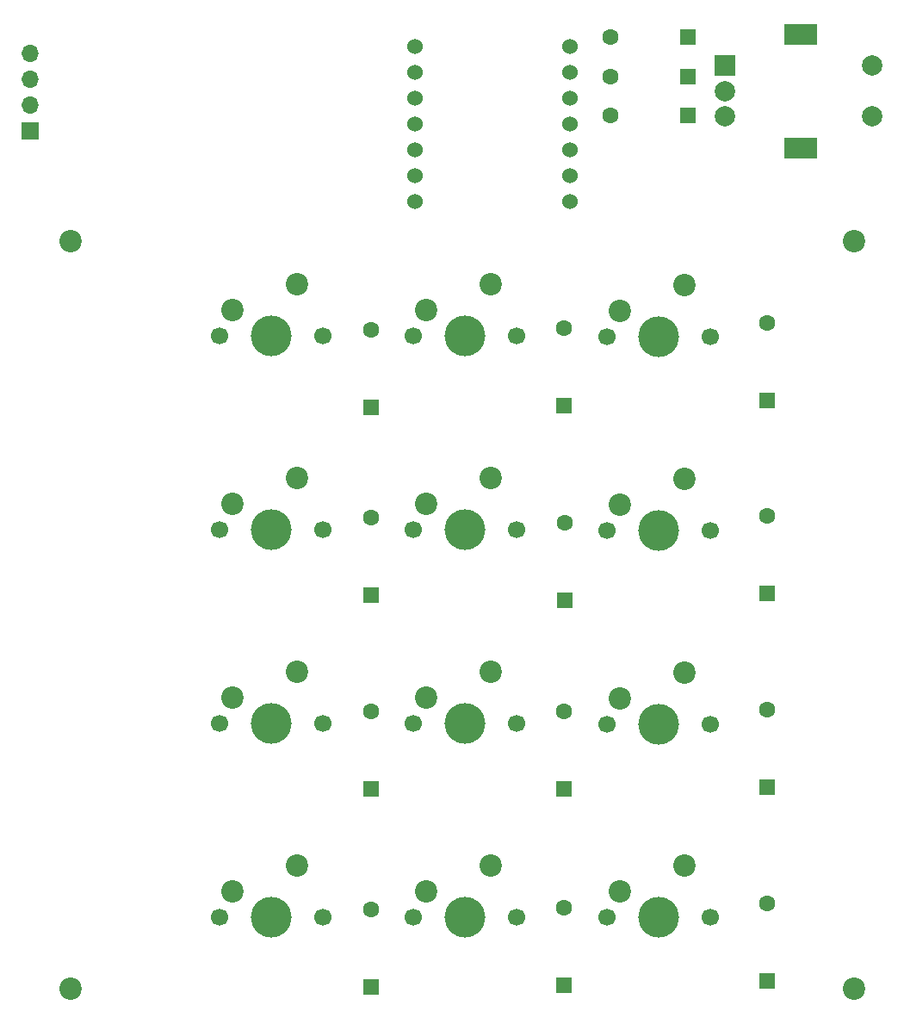
<source format=gbr>
%TF.GenerationSoftware,KiCad,Pcbnew,9.0.7*%
%TF.CreationDate,2026-02-04T22:49:18-05:00*%
%TF.ProjectId,Keypad,4b657970-6164-42e6-9b69-6361645f7063,rev?*%
%TF.SameCoordinates,Original*%
%TF.FileFunction,Soldermask,Bot*%
%TF.FilePolarity,Negative*%
%FSLAX46Y46*%
G04 Gerber Fmt 4.6, Leading zero omitted, Abs format (unit mm)*
G04 Created by KiCad (PCBNEW 9.0.7) date 2026-02-04 22:49:18*
%MOMM*%
%LPD*%
G01*
G04 APERTURE LIST*
G04 Aperture macros list*
%AMRoundRect*
0 Rectangle with rounded corners*
0 $1 Rounding radius*
0 $2 $3 $4 $5 $6 $7 $8 $9 X,Y pos of 4 corners*
0 Add a 4 corners polygon primitive as box body*
4,1,4,$2,$3,$4,$5,$6,$7,$8,$9,$2,$3,0*
0 Add four circle primitives for the rounded corners*
1,1,$1+$1,$2,$3*
1,1,$1+$1,$4,$5*
1,1,$1+$1,$6,$7*
1,1,$1+$1,$8,$9*
0 Add four rect primitives between the rounded corners*
20,1,$1+$1,$2,$3,$4,$5,0*
20,1,$1+$1,$4,$5,$6,$7,0*
20,1,$1+$1,$6,$7,$8,$9,0*
20,1,$1+$1,$8,$9,$2,$3,0*%
G04 Aperture macros list end*
%ADD10C,2.200000*%
%ADD11RoundRect,0.250000X0.550000X-0.550000X0.550000X0.550000X-0.550000X0.550000X-0.550000X-0.550000X0*%
%ADD12C,1.600000*%
%ADD13C,1.700000*%
%ADD14C,4.000000*%
%ADD15R,2.000000X2.000000*%
%ADD16C,2.000000*%
%ADD17R,3.200000X2.000000*%
%ADD18RoundRect,0.250000X0.550000X0.550000X-0.550000X0.550000X-0.550000X-0.550000X0.550000X-0.550000X0*%
%ADD19R,1.700000X1.700000*%
%ADD20O,1.700000X1.700000*%
%ADD21C,1.524000*%
G04 APERTURE END LIST*
D10*
%TO.C,REF\u002A\u002A*%
X91000000Y-80000000D03*
%TD*%
%TO.C,REF\u002A\u002A*%
X168000000Y-80000000D03*
%TD*%
%TO.C,REF\u002A\u002A*%
X91000000Y-153500000D03*
%TD*%
D11*
%TO.C,D6*%
X139500000Y-133850000D03*
D12*
X139500000Y-126230000D03*
%TD*%
D13*
%TO.C,SW8*%
X124680000Y-89390000D03*
D14*
X129760000Y-89390000D03*
D13*
X134840000Y-89390000D03*
D10*
X132300000Y-84310000D03*
X125950000Y-86850000D03*
%TD*%
D11*
%TO.C,D10*%
X159500000Y-133700000D03*
D12*
X159500000Y-126080000D03*
%TD*%
D15*
%TO.C,SW0*%
X155310000Y-62800000D03*
D16*
X155310000Y-67800000D03*
X155310000Y-65300000D03*
D17*
X162810000Y-59700000D03*
X162810000Y-70900000D03*
D16*
X169810000Y-67800000D03*
X169810000Y-62800000D03*
%TD*%
D18*
%TO.C,DC1*%
X151660000Y-67640000D03*
D12*
X144040000Y-67640000D03*
%TD*%
D11*
%TO.C,D11*%
X159500000Y-114700000D03*
D12*
X159500000Y-107080000D03*
%TD*%
D18*
%TO.C,DB1*%
X151660000Y-63880000D03*
D12*
X144040000Y-63880000D03*
%TD*%
D11*
%TO.C,D9*%
X159500000Y-152800000D03*
D12*
X159500000Y-145180000D03*
%TD*%
D11*
%TO.C,D5*%
X139500000Y-153200000D03*
D12*
X139500000Y-145580000D03*
%TD*%
D13*
%TO.C,SW4*%
X105630000Y-89390000D03*
D14*
X110710000Y-89390000D03*
D13*
X115790000Y-89390000D03*
D10*
X113250000Y-84310000D03*
X106900000Y-86850000D03*
%TD*%
D11*
%TO.C,D7*%
X139600000Y-115300000D03*
D12*
X139600000Y-107680000D03*
%TD*%
D13*
%TO.C,SW9*%
X143730000Y-146540000D03*
D14*
X148810000Y-146540000D03*
D13*
X153890000Y-146540000D03*
D10*
X151350000Y-141460000D03*
X145000000Y-144000000D03*
%TD*%
D13*
%TO.C,SW2*%
X105630000Y-127490000D03*
D14*
X110710000Y-127490000D03*
D13*
X115790000Y-127490000D03*
D10*
X113250000Y-122410000D03*
X106900000Y-124950000D03*
%TD*%
D11*
%TO.C,D12*%
X159500000Y-95700000D03*
D12*
X159500000Y-88080000D03*
%TD*%
D11*
%TO.C,D4*%
X120500000Y-96350000D03*
D12*
X120500000Y-88730000D03*
%TD*%
D13*
%TO.C,SW10*%
X143730000Y-127530000D03*
D14*
X148810000Y-127530000D03*
D13*
X153890000Y-127530000D03*
D10*
X151350000Y-122450000D03*
X145000000Y-124990000D03*
%TD*%
D13*
%TO.C,SW12*%
X143740000Y-89400000D03*
D14*
X148820000Y-89400000D03*
D13*
X153900000Y-89400000D03*
D10*
X151360000Y-84320000D03*
X145010000Y-86860000D03*
%TD*%
D13*
%TO.C,SW1*%
X105630000Y-146540000D03*
D14*
X110710000Y-146540000D03*
D13*
X115790000Y-146540000D03*
D10*
X113250000Y-141460000D03*
X106900000Y-144000000D03*
%TD*%
D11*
%TO.C,D3*%
X120500000Y-114850000D03*
D12*
X120500000Y-107230000D03*
%TD*%
D19*
%TO.C,O1*%
X87000000Y-69195000D03*
D20*
X87000000Y-66655000D03*
X87000000Y-64115000D03*
X87000000Y-61575000D03*
%TD*%
D11*
%TO.C,D2*%
X120500000Y-133850000D03*
D12*
X120500000Y-126230000D03*
%TD*%
D11*
%TO.C,D8*%
X139500000Y-96200000D03*
D12*
X139500000Y-88580000D03*
%TD*%
D11*
%TO.C,D1*%
X120500000Y-153350000D03*
D12*
X120500000Y-145730000D03*
%TD*%
D13*
%TO.C,SW7*%
X124680000Y-108440000D03*
D14*
X129760000Y-108440000D03*
D13*
X134840000Y-108440000D03*
D10*
X132300000Y-103360000D03*
X125950000Y-105900000D03*
%TD*%
D13*
%TO.C,SW11*%
X143730000Y-108470000D03*
D14*
X148810000Y-108470000D03*
D13*
X153890000Y-108470000D03*
D10*
X151350000Y-103390000D03*
X145000000Y-105930000D03*
%TD*%
D18*
%TO.C,DA1*%
X151660000Y-59950000D03*
D12*
X144040000Y-59950000D03*
%TD*%
D21*
%TO.C,U1*%
X124880000Y-60928500D03*
X124880000Y-63468500D03*
X124880000Y-66008500D03*
X124880000Y-68548500D03*
X124880000Y-71088500D03*
X124880000Y-73628500D03*
X124880000Y-76168500D03*
X140120000Y-76168500D03*
X140120000Y-73628500D03*
X140120000Y-71088500D03*
X140120000Y-68548500D03*
X140120000Y-66008500D03*
X140120000Y-63468500D03*
X140120000Y-60928500D03*
%TD*%
D13*
%TO.C,SW6*%
X124680000Y-127490000D03*
D14*
X129760000Y-127490000D03*
D13*
X134840000Y-127490000D03*
D10*
X132300000Y-122410000D03*
X125950000Y-124950000D03*
%TD*%
D13*
%TO.C,SW3*%
X105630000Y-108440000D03*
D14*
X110710000Y-108440000D03*
D13*
X115790000Y-108440000D03*
D10*
X113250000Y-103360000D03*
X106900000Y-105900000D03*
%TD*%
D13*
%TO.C,SW5*%
X124680000Y-146540000D03*
D14*
X129760000Y-146540000D03*
D13*
X134840000Y-146540000D03*
D10*
X132300000Y-141460000D03*
X125950000Y-144000000D03*
%TD*%
%TO.C,REF\u002A\u002A*%
X168000000Y-153500000D03*
%TD*%
M02*

</source>
